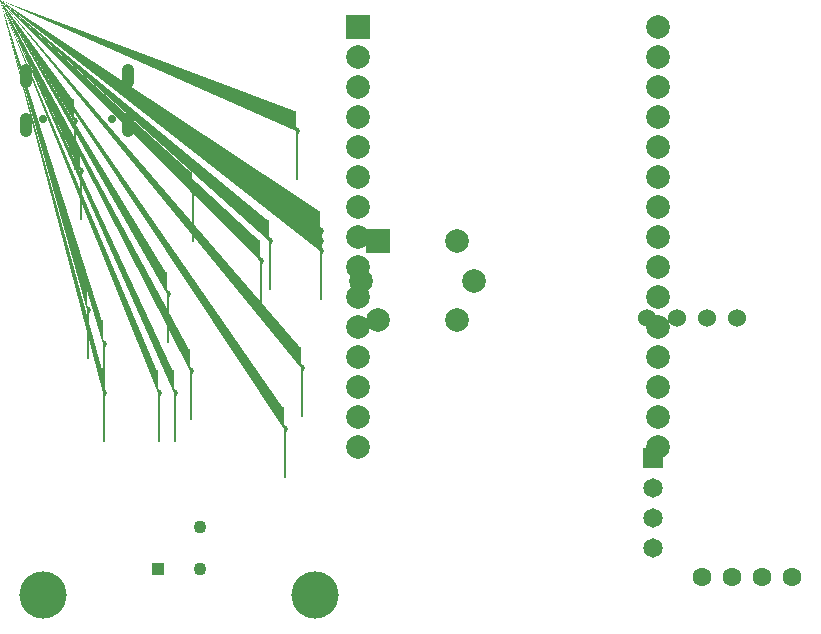
<source format=gbr>
%TF.GenerationSoftware,Flux,Pcbnew,7.0.11-7.0.11~ubuntu20.04.1*%
%TF.CreationDate,2024-04-08T19:48:30+00:00*%
%TF.ProjectId,input,696e7075-742e-46b6-9963-61645f706362,rev?*%
%TF.SameCoordinates,Original*%
%TF.FileFunction,Copper,L3,Inr*%
%TF.FilePolarity,Positive*%
%FSLAX46Y46*%
G04 Gerber Fmt 4.6, Leading zero omitted, Abs format (unit mm)*
G04 Filename: construction*
G04 Build it with Flux! Visit our site at: https://www.flux.ai (PCBNEW 7.0.11-7.0.11~ubuntu20.04.1) date 2024-04-08 19:48:30*
%MOMM*%
%LPD*%
G01*
G04 APERTURE LIST*
G04 Aperture macros list*
%AMFreePoly0*
4,1,5,1.000000,-1.000000,-1.000000,-1.000000,-1.000000,1.000000,1.000000,1.000000,1.000000,-1.000000,1.000000,-1.000000,$1*%
%AMFreePoly1*
4,1,5,0.550000,-0.550000,-0.550000,-0.550000,-0.550000,0.550000,0.550000,0.550000,0.550000,-0.550000,0.550000,-0.550000,$1*%
%AMFreePoly2*
4,1,129,0.022069,0.299187,0.036723,0.297744,0.051289,0.295583,0.065730,0.292711,0.080014,0.289133,0.094105,0.284858,0.107969,0.279898,0.121572,0.274263,0.134883,0.267967,0.147869,0.261026,0.160499,0.253456,0.172742,0.245275,0.184569,0.236504,0.195952,0.227163,0.206862,0.217274,0.217274,0.206862,0.227163,0.195952,0.236504,0.184569,0.245275,0.172742,0.253456,0.160499,
0.261026,0.147869,0.267967,0.134883,0.274263,0.121572,0.279898,0.107969,0.284858,0.094105,0.289133,0.080014,0.292711,0.065730,0.295583,0.051289,0.297744,0.036723,0.299187,0.022069,0.299910,0.007362,0.299910,-0.007362,0.299187,-0.022069,0.297744,-0.036723,0.295583,-0.051289,0.292711,-0.065730,0.289133,-0.080014,0.284858,-0.094105,0.279898,-0.107969,0.274263,-0.121572,
0.267967,-0.134883,0.261026,-0.147869,0.253456,-0.160499,0.245275,-0.172742,0.236504,-0.184569,0.227163,-0.195952,0.217274,-0.206862,0.206862,-0.217274,0.195952,-0.227163,0.184569,-0.236504,0.172742,-0.245275,0.160499,-0.253456,0.147869,-0.261026,0.134883,-0.267967,0.121572,-0.274263,0.107969,-0.279898,0.094105,-0.284858,0.080014,-0.289133,0.065730,-0.292711,0.051289,-0.295583,
0.036723,-0.297744,0.022069,-0.299187,0.007362,-0.299910,-0.007362,-0.299910,-0.022069,-0.299187,-0.036723,-0.297744,-0.051289,-0.295583,-0.065730,-0.292711,-0.080014,-0.289133,-0.094105,-0.284858,-0.107969,-0.279898,-0.121572,-0.274263,-0.134883,-0.267967,-0.147869,-0.261026,-0.160499,-0.253456,-0.172742,-0.245275,-0.184569,-0.236504,-0.195952,-0.227163,-0.206862,-0.217274,-0.217274,-0.206862,
-0.227163,-0.195952,-0.236504,-0.184569,-0.245275,-0.172742,-0.253456,-0.160499,-0.261026,-0.147869,-0.267967,-0.134883,-0.274263,-0.121572,-0.279898,-0.107969,-0.284858,-0.094105,-0.289133,-0.080014,-0.292711,-0.065730,-0.295583,-0.051289,-0.297744,-0.036723,-0.299187,-0.022069,-0.299910,-0.007362,-0.299910,0.007362,-0.299187,0.022069,-0.297744,0.036723,-0.295583,0.051289,-0.292711,0.065730,
-0.289133,0.080014,-0.284858,0.094105,-0.279898,0.107969,-0.274263,0.121572,-0.267967,0.134883,-0.261026,0.147869,-0.253456,0.160499,-0.245275,0.172742,-0.236504,0.184569,-0.227163,0.195952,-0.217274,0.206862,-0.206862,0.217274,-0.195952,0.227163,-0.184569,0.236504,-0.172742,0.245275,-0.160499,0.253456,-0.147869,0.261026,-0.134883,0.267967,-0.121572,0.274263,-0.107969,0.279898,
-0.094105,0.284858,-0.080014,0.289133,-0.065730,0.292711,-0.051289,0.295583,-0.036723,0.297744,-0.022069,0.299187,-0.007362,0.299910,0.007362,0.299910,0.022069,0.299187,0.022069,0.299187,$1*%
%AMFreePoly3*
4,1,5,0.825500,-0.825500,-0.825500,-0.825500,-0.825500,0.825500,0.825500,0.825500,0.825500,-0.825500,0.825500,-0.825500,$1*%
G04 Aperture macros list end*
%TA.AperFunction,ComponentPad*%
%ADD10C,2.000000*%
%TD*%
%TA.AperFunction,ComponentPad*%
%ADD11FreePoly0,0.000000*%
%TD*%
%TA.AperFunction,ComponentPad*%
%ADD12C,1.530000*%
%TD*%
%TA.AperFunction,ComponentPad*%
%ADD13O,1.050000X2.100000*%
%TD*%
%TA.AperFunction,ComponentPad*%
%ADD14C,0.700000*%
%TD*%
%TA.AperFunction,ComponentPad*%
%ADD15C,1.100000*%
%TD*%
%TA.AperFunction,ComponentPad*%
%ADD16FreePoly1,0.000000*%
%TD*%
%TA.AperFunction,ComponentPad*%
%ADD17FreePoly2,0.000000*%
%TD*%
%TA.AperFunction,ComponentPad*%
%ADD18C,4.000000*%
%TD*%
%TA.AperFunction,ComponentPad*%
%ADD19C,1.651000*%
%TD*%
%TA.AperFunction,ComponentPad*%
%ADD20FreePoly3,0.000000*%
%TD*%
%TA.AperFunction,ComponentPad*%
%ADD21C,1.600000*%
%TD*%
G04 APERTURE END LIST*
D10*
%TO.N,N/C*%
%TO.C,*%
X-17507400Y28438700D03*
X-17507400Y-2041300D03*
X7892600Y5578700D03*
X7892600Y3038700D03*
X7892600Y-2041300D03*
X-17507400Y5578700D03*
X-17507400Y-4581300D03*
X7892600Y-4581300D03*
X7892600Y23358700D03*
X7892600Y13198700D03*
X7892600Y25898700D03*
X-17507400Y18278700D03*
X7892600Y498700D03*
X7892600Y18278700D03*
X7892600Y10658700D03*
X-17507400Y10658700D03*
X-17507400Y13198700D03*
X7892600Y30978700D03*
X-17507400Y23358700D03*
X-17507400Y25898700D03*
X-17507400Y15738700D03*
X7892600Y15738700D03*
X-17507400Y498700D03*
X-17507400Y8118700D03*
X7892600Y20818700D03*
X7892600Y8118700D03*
X-17507400Y3038700D03*
X7892600Y28438700D03*
D11*
X-17507400Y30978700D03*
D10*
X-17507400Y20818700D03*
D12*
X6934200Y6325100D03*
X12014200Y6325100D03*
X14554200Y6325100D03*
X9474200Y6325100D03*
D10*
X-7722500Y9464600D03*
X-15832500Y6104600D03*
D11*
X-15832500Y12824600D03*
D10*
X-9112500Y12824600D03*
X-9112500Y6104600D03*
X-17222500Y9464600D03*
D13*
X-36947000Y26837189D03*
X-36947011Y22657189D03*
X-45587000Y26837211D03*
X-45587011Y22657211D03*
D14*
X-44157010Y23187208D03*
X-38377010Y23187192D03*
D15*
X-30871000Y-11366800D03*
X-30871000Y-14958800D03*
D16*
X-34463000Y-14958800D03*
D17*
%TO.N,Net 12*%
X-25817000Y11137200D03*
X-41017000Y18787200D03*
%TO.N,GND*%
X-33667000Y8356900D03*
X-40417000Y6991800D03*
%TO.N,Net 5*%
X-23757000Y-3103300D03*
X-22302000Y2101200D03*
%TO.N,Net 8*%
X-39116800Y4112200D03*
X-31576800Y16862000D03*
%TO.N,Net 9*%
X-22761300Y22187200D03*
X-39116800Y-47200D03*
%TO.N,Net 18*%
X-31767000Y1793700D03*
X-20717000Y13687200D03*
%TO.N,Net 15*%
X-20717000Y11987200D03*
X-34417000Y-47200D03*
%TO.N,Net 23*%
X-25017000Y12837200D03*
X-41517000Y22950200D03*
%TO.N,Net 14*%
X-33092100Y-47200D03*
X-20717000Y12837200D03*
D18*
%TO.N,N/C*%
X-44167000Y-17162800D03*
X-21167000Y-17162800D03*
D19*
X7429200Y-10609900D03*
D20*
X7429200Y-5529900D03*
D19*
X7429200Y-13149900D03*
X7429200Y-8069900D03*
D21*
X19273800Y-15605000D03*
X11653800Y-15605000D03*
X16733800Y-15605000D03*
X14193800Y-15605000D03*
%TD*%
M02*

</source>
